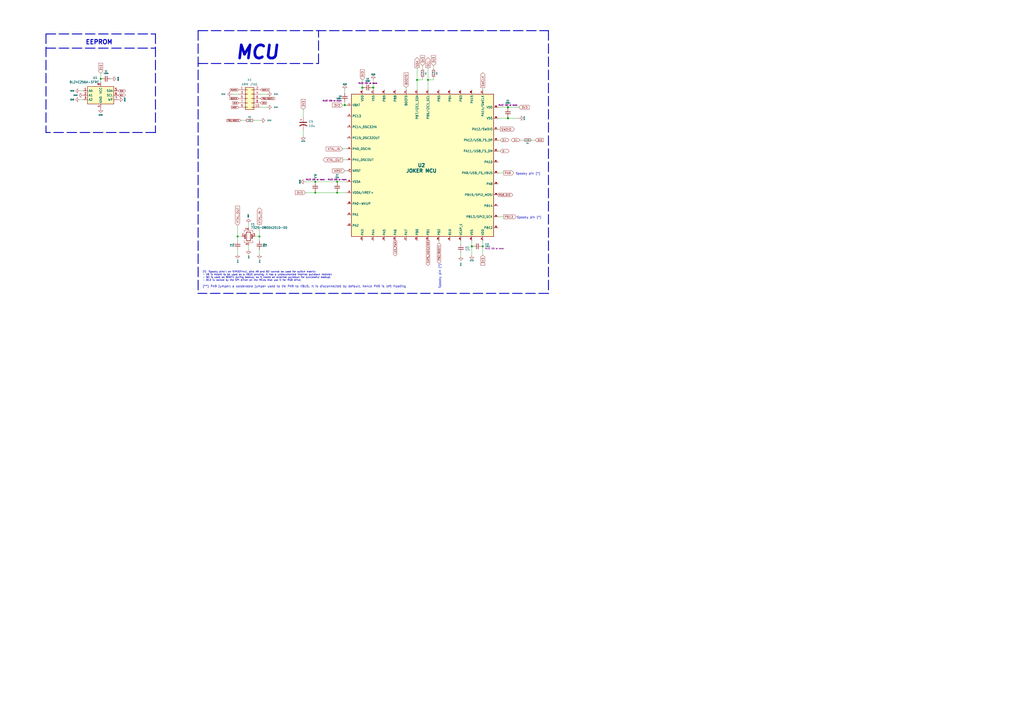
<source format=kicad_sch>
(kicad_sch (version 20230121) (generator eeschema)
  (paper "A2")
  (title_block (title "Acheron Joker48 template schematic") (date "2022-02-09") (rev "v1.1.0") (company "Designed by Gondolindrim"))
  (lib_symbols
    (symbol "Connector_Generic:Conn_02x05_Odd_Even" (pin_names (offset 1.016) hide)
      (property "Reference" "J" (at 1.27 7.62 0))
      (property "Value" "Conn_02x05_Odd_Even" (at 1.27 -7.62 0))
      (symbol "Conn_02x05_Odd_Even_1_1"
        (rectangle (start -1.27 -4.953) (end 0 -5.207) (stroke (width 0.1524)))
        (rectangle (start -1.27 -2.413) (end 0 -2.667) (stroke (width 0.1524)))
        (rectangle (start -1.27 0.127) (end 0 -0.127) (stroke (width 0.1524)))
        (rectangle (start -1.27 2.667) (end 0 2.413) (stroke (width 0.1524)))
        (rectangle (start -1.27 5.207) (end 0 4.953) (stroke (width 0.1524)))
        (rectangle (start -1.27 6.35) (end 3.81 -6.35) (stroke (width 0.254)) (fill (type background)))
        (rectangle (start 3.81 -4.953) (end 2.54 -5.207) (stroke (width 0.1524)))
        (rectangle (start 3.81 -2.413) (end 2.54 -2.667) (stroke (width 0.1524)))
        (rectangle (start 3.81 0.127) (end 2.54 -0.127) (stroke (width 0.1524)))
        (rectangle (start 3.81 2.667) (end 2.54 2.413) (stroke (width 0.1524)))
        (rectangle (start 3.81 5.207) (end 2.54 4.953) (stroke (width 0.1524)))
        (pin passive line (at -5.08 5.08 0) (length 3.81) (name "Pin_1") (number "1"))
        (pin passive line (at 7.62 -5.08 180) (length 3.81) (name "Pin_10") (number "10"))
        (pin passive line (at 7.62 5.08 180) (length 3.81) (name "Pin_2") (number "2"))
        (pin passive line (at -5.08 2.54 0) (length 3.81) (name "Pin_3") (number "3"))
        (pin passive line (at 7.62 2.54 180) (length 3.81) (name "Pin_4") (number "4"))
        (pin passive line (at -5.08 0 0) (length 3.81) (name "Pin_5") (number "5"))
        (pin passive line (at 7.62 0 180) (length 3.81) (name "Pin_6") (number "6"))
        (pin passive line (at -5.08 -2.54 0) (length 3.81) (name "Pin_7") (number "7"))
        (pin passive line (at 7.62 -2.54 180) (length 3.81) (name "Pin_8") (number "8"))
        (pin passive line (at -5.08 -5.08 0) (length 3.81) (name "Pin_9") (number "9"))
      )
    )
    (symbol "Device:CP1" (pin_numbers hide) (pin_names (offset 0.254) hide)
      (property "Reference" "C" (at 0.635 2.54 0))
      (property "Value" "CP1" (at 0.635 -2.54 0))
      (symbol "CP1_0_1"
        (polyline (pts (xy -2.032 0.762) (xy 2.032 0.762)) (stroke (width 0.508)))
        (polyline (pts (xy -1.778 2.286) (xy -0.762 2.286)))
        (polyline (pts (xy -1.27 1.778) (xy -1.27 2.794)))
        (arc (start 2.032 -1.27) (mid 0 -0.5572) (end -2.032 -1.27) (stroke (width 0.508)))
      )
      (symbol "CP1_1_1"
        (pin passive line (at 0 3.81 270) (length 2.794) (name "~") (number "1"))
        (pin passive line (at 0 -3.81 90) (length 3.302) (name "~") (number "2"))
      )
    )
    (symbol "Device:C_Small" (pin_numbers hide) (pin_names (offset 0.254) hide)
      (property "Reference" "C" (at 0.254 1.778 0))
      (property "Value" "C_Small" (at 0.254 -2.032 0))
      (symbol "C_Small_0_1"
        (polyline (pts (xy -1.524 -0.508) (xy 1.524 -0.508)) (stroke (width 0.3302)))
        (polyline (pts (xy -1.524 0.508) (xy 1.524 0.508)) (stroke (width 0.3048)))
      )
      (symbol "C_Small_1_1"
        (pin passive line (at 0 2.54 270) (length 2.032) (name "~") (number "1"))
        (pin passive line (at 0 -2.54 90) (length 2.032) (name "~") (number "2"))
      )
    )
    (symbol "Device:Crystal_GND24" (pin_names (offset 1.016) hide)
      (property "Reference" "Y" (at 3.175 5.08 0))
      (property "Value" "Crystal_GND24" (at 3.175 3.175 0))
      (symbol "Crystal_GND24_0_1"
        (rectangle (start -1.143 2.54) (end 1.143 -2.54) (stroke (width 0.3048)))
        (polyline (pts (xy -2.54 0) (xy -2.032 0)))
        (polyline (pts (xy -2.032 -1.27) (xy -2.032 1.27)) (stroke (width 0.508)))
        (polyline (pts (xy 0 -3.81) (xy 0 -3.556)))
        (polyline (pts (xy 0 3.556) (xy 0 3.81)))
        (polyline (pts (xy 2.032 -1.27) (xy 2.032 1.27)) (stroke (width 0.508)))
        (polyline (pts (xy 2.032 0) (xy 2.54 0)))
        (polyline (pts (xy -2.54 -2.286) (xy -2.54 -3.556) (xy 2.54 -3.556) (xy 2.54 -2.286)))
        (polyline (pts (xy -2.54 2.286) (xy -2.54 3.556) (xy 2.54 3.556) (xy 2.54 2.286)))
      )
      (symbol "Crystal_GND24_1_1"
        (pin passive line (at -3.81 0 0) (length 1.27) (name "1") (number "1"))
        (pin passive line (at 0 5.08 270) (length 1.27) (name "2") (number "2"))
        (pin passive line (at 3.81 0 180) (length 1.27) (name "3") (number "3"))
        (pin passive line (at 0 -5.08 90) (length 1.27) (name "4") (number "4"))
      )
    )
    (symbol "Device:R_Small" (pin_numbers hide) (pin_names (offset 0.254) hide)
      (property "Reference" "R" (at 0.762 0.508 0))
      (property "Value" "R_Small" (at 0.762 -1.016 0))
      (symbol "R_Small_0_1"
        (rectangle (start -0.762 1.778) (end 0.762 -1.778) (stroke (width 0.2032)))
      )
      (symbol "R_Small_1_1"
        (pin passive line (at 0 2.54 270) (length 0.762) (name "~") (number "1"))
        (pin passive line (at 0 -2.54 90) (length 0.762) (name "~") (number "2"))
      )
    )
    (symbol "Memory_EEPROM:24LC256"
      (property "Reference" "U" (at -6.35 6.35 0))
      (property "Value" "24LC256" (at 1.27 6.35 0))
      (symbol "24LC256_1_1"
        (rectangle (start -7.62 5.08) (end 7.62 -5.08) (stroke (width 0.254)) (fill (type background)))
        (pin input line (at -10.16 2.54 0) (length 2.54) (name "A0") (number "1"))
        (pin input line (at -10.16 0 0) (length 2.54) (name "A1") (number "2"))
        (pin input line (at -10.16 -2.54 0) (length 2.54) (name "A2") (number "3"))
        (pin power_in line (at 0 -7.62 90) (length 2.54) (name "GND") (number "4"))
        (pin bidirectional line (at 10.16 2.54 180) (length 2.54) (name "SDA") (number "5"))
        (pin input line (at 10.16 0 180) (length 2.54) (name "SCL") (number "6"))
        (pin input line (at 10.16 -2.54 180) (length 2.54) (name "WP") (number "7"))
        (pin power_in line (at 0 7.62 270) (length 2.54) (name "VCC") (number "8"))
      )
    )
    (symbol "acheron_Symbols:STM32F411-48"
      (property "Reference" "U2" (at 0 1.905 0))
      (property "Value" "STM32F411-48" (at 0 -2.54 0))
      (symbol "STM32F411-48_0_1"
        (rectangle (start 41.91 41.91) (end -40.64 -40.64) (stroke (width 0.3048)) (fill (type background)))
      )
      (symbol "STM32F411-48_1_1"
        (pin power_in line (at -43.18 35.56 0) (length 2.54) (name "VBAT") (number "1"))
        (pin bidirectional line (at -43.18 -21.59 0) (length 2.54) (name "PA0-WKUP") (number "10"))
        (pin bidirectional line (at -43.18 -27.94 0) (length 2.54) (name "PA1") (number "11"))
        (pin bidirectional line (at -43.18 -34.29 0) (length 2.54) (name "PA2") (number "12"))
        (pin bidirectional line (at -34.29 -43.18 90) (length 2.54) (name "PA3") (number "13"))
        (pin bidirectional line (at -27.94 -43.18 90) (length 2.54) (name "PA4") (number "14"))
        (pin bidirectional line (at -21.59 -43.18 90) (length 2.54) (name "PA5") (number "15"))
        (pin bidirectional line (at -15.24 -43.18 90) (length 2.54) (name "PA6") (number "16"))
        (pin bidirectional line (at -8.89 -43.18 90) (length 2.54) (name "PA7") (number "17"))
        (pin bidirectional line (at -2.54 -43.18 90) (length 2.54) (name "PB0") (number "18"))
        (pin bidirectional line (at 3.81 -43.18 90) (length 2.54) (name "PB1") (number "19"))
        (pin bidirectional line (at -43.18 29.21 0) (length 2.54) (name "PC13") (number "2"))
        (pin bidirectional line (at 10.16 -43.18 90) (length 2.54) (name "PB2") (number "20"))
        (pin bidirectional line (at 16.51 -43.18 90) (length 2.54) (name "B10") (number "21"))
        (pin output line (at 22.86 -43.18 90) (length 2.54) (name "VCAP_1") (number "22"))
        (pin power_out line (at 29.21 -43.18 90) (length 2.54) (name "VSS") (number "23"))
        (pin power_in line (at 35.56 -43.18 90) (length 2.54) (name "VDD") (number "24"))
        (pin bidirectional line (at 44.45 -35.56 180) (length 2.54) (name "PB12") (number "25"))
        (pin bidirectional line (at 44.45 -29.21 180) (length 2.54) (name "PB13") (number "26") (alternate "PB13/SPI2_SCK" bidirectional line))
        (pin bidirectional line (at 44.45 -22.86 180) (length 2.54) (name "PB14") (number "27"))
        (pin bidirectional line (at 44.45 -16.51 180) (length 2.54) (name "PB15") (number "28") (alternate "PB15/SPI2_MOSI" bidirectional line))
        (pin bidirectional line (at 44.45 -10.16 180) (length 2.54) (name "PA8") (number "29"))
        (pin bidirectional line (at -43.18 22.86 0) (length 2.54) (name "PC14_OSC32IN") (number "3"))
        (pin bidirectional line (at 44.45 -3.81 180) (length 2.54) (name "PA9") (number "30") (alternate "PA9/USB_FS_VBUS" bidirectional line))
        (pin bidirectional line (at 44.45 2.54 180) (length 2.54) (name "PA10") (number "31"))
        (pin bidirectional line (at 44.45 8.89 180) (length 2.54) (name "PA11") (number "32") (alternate "PA11/USB_FS_DM" bidirectional line))
        (pin bidirectional line (at 44.45 15.24 180) (length 2.54) (name "PA12") (number "33") (alternate "PA12/USB_FS_DP" bidirectional line))
        (pin bidirectional line (at 44.45 21.59 180) (length 2.54) (name "PA13") (number "34") (alternate "PA12/SWDIO" bidirectional line))
        (pin power_in line (at 44.45 27.94 180) (length 2.54) (name "VSS") (number "35"))
        (pin power_out line (at 44.45 34.29 180) (length 2.54) (name "VDD") (number "36"))
        (pin bidirectional line (at 35.56 44.45 270) (length 2.54) (name "PA14") (number "37") (alternate "PA14/SWCLK" output line))
        (pin bidirectional line (at 29.21 44.45 270) (length 2.54) (name "PA15") (number "38"))
        (pin bidirectional line (at 22.86 44.45 270) (length 2.54) (name "PB3") (number "39"))
        (pin bidirectional line (at -43.18 16.51 0) (length 2.54) (name "PC15_OSC32OUT") (number "4"))
        (pin bidirectional line (at 16.51 44.45 270) (length 2.54) (name "PB4") (number "40"))
        (pin bidirectional line (at 10.16 44.45 270) (length 2.54) (name "PB5") (number "41"))
        (pin bidirectional line (at 3.81 44.45 270) (length 2.54) (name "PB6") (number "42") (alternate "PB6/I2C1_SCL" bidirectional line))
        (pin bidirectional line (at -2.54 44.45 270) (length 2.54) (name "PB7") (number "43") (alternate "PB7/I2C1_SDA" bidirectional line))
        (pin input line (at -8.89 44.45 270) (length 2.54) (name "BOOT0") (number "44"))
        (pin bidirectional line (at -15.24 44.45 270) (length 2.54) (name "PB8") (number "45"))
        (pin input line (at -21.59 44.45 270) (length 2.54) (name "PB9") (number "46"))
        (pin power_in line (at -27.94 44.45 270) (length 2.54) (name "VSS") (number "47"))
        (pin power_out line (at -34.29 44.45 270) (length 2.54) (name "VDD") (number "48"))
        (pin input line (at -43.18 10.16 0) (length 2.54) (name "PH0_OSCIN") (number "5"))
        (pin output line (at -43.18 3.81 0) (length 2.54) (name "PH1_OSCOUT") (number "6"))
        (pin input inverted (at -43.18 -2.54 0) (length 2.54) (name "NRST") (number "7"))
        (pin power_in line (at -43.18 -8.89 0) (length 2.54) (name "VSSA") (number "8"))
        (pin power_in line (at -43.18 -15.24 0) (length 2.54) (name "VDDA/VREF+") (number "9"))
      )
    )
    (symbol "power:GND" (power) (pin_names (offset 0))
      (property "Value" "GND" (at 0 -3.81 0))
      (symbol "GND_0_1"
        (polyline (pts (xy 0 0) (xy 0 -1.27) (xy 1.27 -1.27) (xy 0 -2.54) (xy -1.27 -1.27) (xy 0 -1.27)))
      )
      (symbol "GND_1_1"
        (pin power_in line (at 0 0 270) (length 0) hide (name "GND") (number "1"))
      )
    )
  )
  (junction (at 294.64 62.23) (diameter 1.016))
  (junction (at 248.285 46.355) (diameter 0.9144))
  (junction (at 182.88 105.41))
  (junction (at 216.535 50.8) (diameter 1.016))
  (junction (at 182.88 111.76))
  (junction (at 210.185 50.8) (diameter 1.016))
  (junction (at 273.685 142.875) (diameter 1.016))
  (junction (at 150.495 137.16) (diameter 0.9144))
  (junction (at 137.795 137.16) (diameter 0.9144))
  (junction (at 200.025 60.96) (diameter 1.016))
  (junction (at 294.64 68.58) (diameter 1.016))
  (junction (at 195.58 111.76))
  (junction (at 195.58 105.41))
  (junction (at 280.035 142.875))
  (junction (at 58.42 45.72) (diameter 0.9144))
  (junction (at 241.935 46.355) (diameter 0.9144))
  (wire (pts (xy 254.635 139.7) (xy 254.635 140.97)))
  (polyline (pts (xy 114.935 36.83) (xy 184.785 36.83)) (stroke (width 0.508) (type dash)))
  (wire (pts (xy 195.58 105.41) (xy 195.58 106.045)))
  (polyline (pts (xy 318.135 17.78) (xy 318.135 170.18)) (stroke (width 0.508) (type dash)))
  (wire (pts (xy 46.355 57.785) (xy 48.26 57.785)))
  (wire (pts (xy 273.685 139.7) (xy 273.685 142.875)))
  (wire (pts (xy 245.11 38.1) (xy 245.11 40.005)))
  (wire (pts (xy 245.11 46.355) (xy 241.935 46.355)))
  (wire (pts (xy 288.925 125.73) (xy 292.1 125.73)))
  (wire (pts (xy 177.165 105.41) (xy 182.88 105.41)))
  (wire (pts (xy 198.755 60.96) (xy 200.025 60.96)))
  (polyline (pts (xy 26.67 19.685) (xy 90.17 19.685)) (stroke (width 0.508) (type dash)))
  (wire (pts (xy 280.035 50.8) (xy 280.035 52.07)))
  (wire (pts (xy 139.7 69.85) (xy 142.24 69.85)))
  (wire (pts (xy 235.585 50.8) (xy 235.585 52.07)))
  (wire (pts (xy 303.53 81.28) (xy 301.625 81.28)))
  (wire (pts (xy 154.94 62.23) (xy 151.13 62.23)))
  (polyline (pts (xy 114.935 17.78) (xy 114.935 170.18)) (stroke (width 0.508) (type dash)))
  (wire (pts (xy 200.025 60.96) (xy 201.295 60.96)))
  (wire (pts (xy 273.685 142.875) (xy 274.32 142.875)))
  (wire (pts (xy 195.58 111.76) (xy 201.295 111.76)))
  (polyline (pts (xy 184.785 36.83) (xy 184.785 17.78)) (stroke (width 0.508) (type dash)))
  (wire (pts (xy 46.355 52.705) (xy 48.26 52.705)))
  (wire (pts (xy 64.135 45.72) (xy 64.77 45.72)))
  (wire (pts (xy 288.925 62.23) (xy 294.64 62.23)))
  (wire (pts (xy 294.64 62.23) (xy 300.99 62.23)))
  (wire (pts (xy 182.88 111.125) (xy 182.88 111.76)))
  (wire (pts (xy 200.025 59.055) (xy 200.025 60.96)))
  (wire (pts (xy 200.025 52.07) (xy 200.025 53.975)))
  (wire (pts (xy 144.145 144.78) (xy 144.145 142.24)))
  (wire (pts (xy 288.925 81.28) (xy 290.195 81.28)))
  (polyline (pts (xy 114.935 17.78) (xy 318.135 17.78)) (stroke (width 0.508) (type dash)))
  (wire (pts (xy 280.035 139.7) (xy 280.035 142.875)))
  (wire (pts (xy 280.035 142.875) (xy 280.035 147.955)))
  (wire (pts (xy 248.285 46.355) (xy 248.285 52.07)))
  (wire (pts (xy 150.495 139.7) (xy 150.495 137.16)))
  (wire (pts (xy 251.46 38.1) (xy 251.46 40.005)))
  (wire (pts (xy 150.495 130.175) (xy 150.495 137.16)))
  (wire (pts (xy 175.895 63.5) (xy 175.895 67.945)))
  (wire (pts (xy 175.895 75.565) (xy 175.895 78.74)))
  (wire (pts (xy 150.495 147.32) (xy 150.495 144.78)))
  (wire (pts (xy 216.535 46.355) (xy 216.535 50.8)))
  (wire (pts (xy 137.795 130.81) (xy 137.795 137.16)))
  (wire (pts (xy 273.685 142.875) (xy 273.685 147.955)))
  (wire (pts (xy 182.88 105.41) (xy 195.58 105.41)))
  (wire (pts (xy 195.58 105.41) (xy 201.295 105.41)))
  (wire (pts (xy 267.335 139.7) (xy 267.335 141.605)))
  (wire (pts (xy 267.335 146.685) (xy 267.335 148.59)))
  (wire (pts (xy 245.11 45.085) (xy 245.11 46.355)))
  (wire (pts (xy 58.42 45.72) (xy 58.42 47.625)))
  (wire (pts (xy 144.145 129.54) (xy 144.145 132.08)))
  (wire (pts (xy 195.58 111.125) (xy 195.58 111.76)))
  (polyline (pts (xy 90.17 76.835) (xy 26.67 76.835)) (stroke (width 0.508) (type dash)))
  (wire (pts (xy 58.42 42.545) (xy 58.42 45.72)))
  (wire (pts (xy 288.925 87.63) (xy 290.195 87.63)))
  (wire (pts (xy 210.185 50.8) (xy 210.82 50.8)))
  (wire (pts (xy 215.9 50.8) (xy 216.535 50.8)))
  (polyline (pts (xy 26.67 27.94) (xy 90.17 27.94)) (stroke (width 0.508) (type dash)))
  (wire (pts (xy 210.185 50.8) (xy 210.185 52.07)))
  (wire (pts (xy 294.64 67.945) (xy 294.64 68.58)))
  (wire (pts (xy 216.535 50.8) (xy 216.535 52.07)))
  (wire (pts (xy 150.495 137.16) (xy 147.955 137.16)))
  (wire (pts (xy 294.64 62.23) (xy 294.64 62.865)))
  (polyline (pts (xy 318.135 170.18) (xy 114.935 170.18)) (stroke (width 0.508) (type dash)))
  (wire (pts (xy 251.46 46.355) (xy 248.285 46.355)))
  (wire (pts (xy 154.94 54.61) (xy 151.13 54.61)))
  (wire (pts (xy 200.025 99.06) (xy 201.295 99.06)))
  (polyline (pts (xy 26.67 19.685) (xy 26.67 76.835)) (stroke (width 0.508) (type dash)))
  (wire (pts (xy 151.13 69.85) (xy 147.32 69.85)))
  (wire (pts (xy 241.935 39.37) (xy 241.935 46.355)))
  (wire (pts (xy 137.795 147.32) (xy 137.795 144.78)))
  (wire (pts (xy 248.285 39.37) (xy 248.285 46.355)))
  (wire (pts (xy 198.755 92.71) (xy 201.295 92.71)))
  (wire (pts (xy 137.795 139.7) (xy 137.795 137.16)))
  (wire (pts (xy 310.515 81.28) (xy 308.61 81.28)))
  (wire (pts (xy 288.925 100.33) (xy 292.1 100.33)))
  (wire (pts (xy 279.4 142.875) (xy 280.035 142.875)))
  (wire (pts (xy 288.925 68.58) (xy 294.64 68.58)))
  (wire (pts (xy 294.64 68.58) (xy 300.99 68.58)))
  (polyline (pts (xy 90.17 19.685) (xy 90.17 76.835)) (stroke (width 0.508) (type dash)))
  (wire (pts (xy 182.88 111.76) (xy 195.58 111.76)))
  (wire (pts (xy 182.88 105.41) (xy 182.88 106.045)))
  (wire (pts (xy 58.42 45.72) (xy 59.055 45.72)))
  (wire (pts (xy 288.925 74.93) (xy 290.195 74.93)))
  (wire (pts (xy 251.46 45.085) (xy 251.46 46.355)))
  (wire (pts (xy 134.62 54.61) (xy 138.43 54.61)))
  (wire (pts (xy 241.935 46.355) (xy 241.935 52.07)))
  (wire (pts (xy 198.755 86.36) (xy 201.295 86.36)))
  (wire (pts (xy 210.185 46.355) (xy 210.185 50.8)))
  (wire (pts (xy 137.795 137.16) (xy 140.335 137.16)))
  (wire (pts (xy 177.165 111.76) (xy 182.88 111.76)))
  (text "Spooky pin (*)" (at 299.72 127 0) (effects (font (size 1.27 1.27)) (justify left bottom)))
  (text "Spooky pin (*)" (at 299.085 101.6 0) (effects (font (size 1.27 1.27)) (justify left bottom)))
  (text "(*) \"Spooky pins\": on STM32F4x1, pins A9 and B2 cannot be used for switch matrix:\n- A9 is meant to be used as a VBUS sensing. It has a undocumented internal pulldown resistor;\n- B2 is used as BOOT1 during bootup, so it needs an external pulldown for successful bootup;\n- B13 is locked by the SPI driver on the MCUs that use it for RGB drive;\n" (at 117.475 163.195 0) (effects (font (size 1 1)) (justify left bottom)))
  (text "MCU" (at 162.56 34.925 0) (effects (font (size 7.62 7.62) (thickness 1.524) bold italic) (justify right bottom)))
  (text "Spooky pin (*)" (at 255.905 153.035 90) (effects (font (size 1.27 1.27)) (justify right bottom)))
  (text "EEPROM" (at 49.53 26.035 0) (effects (font (size 2.54 2.54) (thickness 0.508) bold) (justify left bottom)))
  (text "(**) PA9 jumper: a solderable jumper used to tie PA9 to VBUS. It is disconnected by default, hence PA9 is left floating" (at 117.475 167.005 0) (effects (font (size 1.27 1.27)) (justify left bottom)))
  (global_label "PB13" (shape output) (at 292.1 125.73 0) (property "Intersheetrefs" "${INTERSHEET_REFS}" (effects hide)))
  (global_label "SCL" (shape output) (at 248.285 39.37 90) (property "Intersheetrefs" "${INTERSHEET_REFS}" (effects hide)))
  (global_label "3V3" (shape input) (at 245.11 38.1 90) (property "Intersheetrefs" "${INTERSHEET_REFS}" (effects hide)))
  (global_label "XTAL_IN" (shape output) (at 150.495 130.175 90) (property "Intersheetrefs" "${INTERSHEET_REFS}" (effects hide)))
  (global_label "CAPS_INDICATOR" (shape output) (at 248.285 139.7 270) (effects (font (size 1.016 1.016))) (property "Intersheetrefs" "${INTERSHEET_REFS}" (effects hide)))
  (global_label "D-" (shape bidirectional) (at 290.195 87.63 0) (effects (font (size 1.016 1.016))) (property "Intersheetrefs" "${INTERSHEET_REFS}" (effects hide)))
  (global_label "NRST" (shape input) (at 200.025 99.06 180) (property "Intersheetrefs" "${INTERSHEET_REFS}" (effects hide)))
  (global_label "SDA" (shape output) (at 241.935 39.37 90) (property "Intersheetrefs" "${INTERSHEET_REFS}" (effects hide)))
  (global_label "SWDIO" (shape output) (at 290.195 74.93 0) (property "Intersheetrefs" "${INTERSHEET_REFS}" (effects hide)))
  (global_label "SCL" (shape bidirectional) (at 68.58 55.245 0) (effects (font (size 0.762 0.762))) (property "Intersheetrefs" "${INTERSHEET_REFS}" (effects hide)))
  (global_label "3V3" (shape input) (at 151.13 59.69 0) (effects (font (size 0.762 0.762))) (property "Intersheetrefs" "${INTERSHEET_REFS}" (effects hide)))
  (global_label "NRST" (shape input) (at 138.43 62.23 180) (effects (font (size 0.762 0.762))) (property "Intersheetrefs" "${INTERSHEET_REFS}" (effects hide)))
  (global_label "3V3" (shape input) (at 177.165 111.76 180) (property "Intersheetrefs" "${INTERSHEET_REFS}" (effects hide)))
  (global_label "BOOT0" (shape input) (at 138.43 57.15 180) (effects (font (size 0.762 0.762))) (property "Intersheetrefs" "${INTERSHEET_REFS}" (effects hide)))
  (global_label "SWCLK" (shape output) (at 280.035 50.8 90) (property "Intersheetrefs" "${INTERSHEET_REFS}" (effects hide)))
  (global_label "3V3" (shape input) (at 300.99 62.23 0) (property "Intersheetrefs" "${INTERSHEET_REFS}" (effects hide)))
  (global_label "3V3" (shape input) (at 198.755 60.96 180) (property "Intersheetrefs" "${INTERSHEET_REFS}" (effects hide)))
  (global_label "XTAL_OUT" (shape output) (at 198.755 92.71 180) (property "Intersheetrefs" "${INTERSHEET_REFS}" (effects hide)))
  (global_label "SWDIO" (shape input) (at 138.43 52.07 180) (effects (font (size 0.762 0.762))) (property "Intersheetrefs" "${INTERSHEET_REFS}" (effects hide)))
  (global_label "XTAL_IN" (shape input) (at 198.755 86.36 180) (property "Intersheetrefs" "${INTERSHEET_REFS}" (effects hide)))
  (global_label "D+" (shape bidirectional) (at 301.625 81.28 180) (effects (font (size 1.016 1.016))) (property "Intersheetrefs" "${INTERSHEET_REFS}" (effects hide)))
  (global_label "PB2{slash}BOOT1" (shape input) (at 151.13 57.15 0) (effects (font (size 0.762 0.762))) (property "Intersheetrefs" "${INTERSHEET_REFS}" (effects hide)))
  (global_label "PA9" (shape output) (at 292.1 100.33 0) (property "Intersheetrefs" "${INTERSHEET_REFS}" (effects hide)))
  (global_label "XTAL_OUT" (shape input) (at 137.795 130.81 90) (property "Intersheetrefs" "${INTERSHEET_REFS}" (effects hide)))
  (global_label "3V3" (shape input) (at 310.515 81.28 0) (effects (font (size 1.016 1.016))) (property "Intersheetrefs" "${INTERSHEET_REFS}" (effects hide)))
  (global_label "PB2{slash}BOOT1" (shape input) (at 139.7 69.85 180) (effects (font (size 0.762 0.762))) (property "Intersheetrefs" "${INTERSHEET_REFS}" (effects hide)))
  (global_label "RGB_3V3" (shape output) (at 288.925 113.03 0) (effects (font (size 1.016 1.016))) (property "Intersheetrefs" "${INTERSHEET_REFS}" (effects hide)))
  (global_label "SDA" (shape bidirectional) (at 68.58 52.705 0) (effects (font (size 0.762 0.762))) (property "Intersheetrefs" "${INTERSHEET_REFS}" (effects hide)))
  (global_label "PB2{slash}BOOT1" (shape bidirectional) (at 254.635 140.97 270) (effects (font (size 1.016 1.016))) (property "Intersheetrefs" "${INTERSHEET_REFS}" (effects hide)))
  (global_label "3V3" (shape input) (at 138.43 59.69 180) (effects (font (size 0.762 0.762))) (property "Intersheetrefs" "${INTERSHEET_REFS}" (effects hide)))
  (global_label "3V3" (shape input) (at 58.42 42.545 90) (property "Intersheetrefs" "${INTERSHEET_REFS}" (effects hide)))
  (global_label "BOOT0" (shape input) (at 235.585 50.8 90) (property "Intersheetrefs" "${INTERSHEET_REFS}" (effects hide)))
  (global_label "3V3" (shape input) (at 280.035 147.955 270) (property "Intersheetrefs" "${INTERSHEET_REFS}" (effects hide)))
  (global_label "D+" (shape bidirectional) (at 290.195 81.28 0) (effects (font (size 1.016 1.016))) (property "Intersheetrefs" "${INTERSHEET_REFS}" (effects hide)))
  (global_label "LED_PWM" (shape output) (at 229.235 139.7 270) (effects (font (size 1.016 1.016))) (property "Intersheetrefs" "${INTERSHEET_REFS}" (effects hide)))
  (global_label "SWCLK" (shape input) (at 151.13 52.07 0) (effects (font (size 0.762 0.762))) (property "Intersheetrefs" "${INTERSHEET_REFS}" (effects hide)))
  (global_label "3V3" (shape input) (at 251.46 38.1 90) (property "Intersheetrefs" "${INTERSHEET_REFS}" (effects hide)))
  (global_label "3V3" (shape input) (at 175.895 63.5 90) (property "Intersheetrefs" "${INTERSHEET_REFS}" (effects hide)))
  (global_label "3V3" (shape input) (at 210.185 46.355 90) (property "Intersheetrefs" "${INTERSHEET_REFS}" (effects hide)))
  (symbol (lib_id "acheron_Symbols:STM32F411-48") (at 244.475 96.52 0) (unit 1)
    (property "Reference" "U2" (at 244.475 95.885 0) (effects (font (size 2.0066 2.0066) bold)))
    (property "Value" "JOKER MCU" (at 244.475 99.06 0) (effects (font (size 2.0066 2.0066) bold)))
    (property "Footprint" "acheron_Components:STM_UFQFPN-48_LQFP-48-1EP_7x7mm_P0.5mm_HandSoldering_ThermalReliefs" (effects hide))
    (pin "26" (alternate "PB13/SPI2_SCK"))
    (pin "28" (alternate "PB15/SPI2_MOSI"))
    (pin "30" (alternate "PA9/USB_FS_VBUS"))
    (pin "32" (alternate "PA11/USB_FS_DM"))
    (pin "33" (alternate "PA12/USB_FS_DP"))
    (pin "34" (alternate "PA12/SWDIO"))
    (pin "37" (alternate "PA14/SWCLK"))
    (pin "42" (alternate "PB6/I2C1_SCL"))
    (pin "43" (alternate "PB7/I2C1_SDA"))
  )
  (symbol (lib_id "Connector_Generic:Conn_02x05_Odd_Even") (at 143.51 57.15 0) (unit 1) (in_bom no)
    (property "Reference" "X1" (at 144.78 46.355 0))
    (property "Value" "ARM JTAG" (at 144.78 48.895 0))
    (property "Footprint" "acheron_Connectors:PinHeader_2x5_P2.54mm_Vertical_Staggered" (effects hide))
    (property "Specification" "2.54mm pitch 2x4 through hole pin header, staggered" (effects hide))
  )
  (symbol (lib_id "Device:CP1") (at 175.895 71.755 0) (unit 1)
    (property "Reference" "C5" (at 179.07 70.4849 0) (effects (justify left)))
    (property "Value" "10u" (at 179.07 73.0249 0) (effects (justify left)))
    (property "Footprint" "acheron_Components:CP_EIA-3216-10_Kemet-I_Pad1.58x1.35mm_HandSolder" (effects hide))
    (property "Package" "CASE A (3216)" (effects hide))
    (property "Description" "Tantallum capacitor 10V or more" (effects hide))
  )
  (symbol (lib_id "power:GND") (at 300.99 68.58 90) (unit 1)
    (property "Reference" "#PWR012" (effects hide))
    (property "Value" "GND" (at 304.165 68.58 0) (effects (font (size 0.762 0.762))))
  )
  (symbol (lib_id "Device:R_Small") (at 245.11 42.545 0) (unit 1)
    (property "Reference" "R1" (at 247.015 42.5449 90) (effects (font (size 0.762 0.762))))
    (property "Value" "4.7k" (at 245.11 42.5449 90) (effects (font (size 0.762 0.762))))
    (property "Footprint" "Resistor_SMD:R_0402_1005Metric" (effects hide))
    (property "Package" "R0402" (effects hide))
  )
  (symbol (lib_id "power:GND") (at 267.335 148.59 0) (unit 1)
    (property "Reference" "#PWR021" (effects hide))
    (property "Value" "GND" (at 267.335 153.3652 90) (effects (font (size 0.635 0.635))))
  )
  (symbol (lib_id "power:GND") (at 64.77 45.72 90) (unit 1)
    (property "Reference" "#PWR01" (effects hide))
    (property "Value" "GND" (at 68.58 45.72 0) (effects (font (size 0.762 0.762))))
  )
  (symbol (lib_id "Device:Crystal_GND24") (at 144.145 137.16 0) (unit 1)
    (property "Reference" "Y1" (at 145.415 130.1749 0) (effects (justify left)))
    (property "Value" "7325-0800A2010-00" (at 145.415 132.0799 0) (effects (justify left)))
    (property "Footprint" "acheron_Components:Crystal_SMD_3225-4Pin_3.2x2.5mm" (effects hide))
    (property "Manufacturer" "XTY" (effects hide))
    (property "Vendor Part Number" "LCSC C389817 (https://lcsc.com/product-detail/Crystals_XTY-7325-0800A2010-00_C389817.html)" (effects hide))
    (property "Package" "Y_3225_4P" (effects hide))
    (property "Description" "8MHz 3225-4P oscillator crystal" (effects hide))
    (property "Manufacturer Part Number" "7325-0800A2010-00" (effects hide))
  )
  (symbol (lib_id "power:GND") (at 46.355 57.785 270) (unit 1)
    (property "Reference" "#PWR08" (effects hide))
    (property "Value" "GND" (at 41.91 57.785 90) (effects (font (size 0.762 0.762))))
  )
  (symbol (lib_id "Device:R_Small") (at 144.78 69.85 90) (unit 1)
    (property "Reference" "R3" (at 144.78 67.945 90) (effects (font (size 0.7874 0.7874))))
    (property "Value" "10k" (at 144.78 69.85 90) (effects (font (size 0.7874 0.7874))))
    (property "Footprint" "Resistor_SMD:R_0805_2012Metric" (effects hide))
    (property "Package" "R0805" (effects hide))
  )
  (symbol (lib_id "power:GND") (at 150.495 147.32 0) (unit 1)
    (property "Reference" "#PWR019" (effects hide))
    (property "Value" "GND" (at 150.622 150.5712 90) (effects (font (size 0.635 0.635)) (justify right)))
  )
  (symbol (lib_id "power:GND") (at 46.355 52.705 270) (unit 1)
    (property "Reference" "#PWR04" (effects hide))
    (property "Value" "GND" (at 41.91 52.705 90) (effects (font (size 0.762 0.762))))
  )
  (symbol (lib_id "power:GND") (at 137.795 147.32 0) (unit 1)
    (property "Reference" "#PWR018" (effects hide))
    (property "Value" "GND" (at 137.922 150.5712 90) (effects (font (size 0.635 0.635)) (justify right)))
  )
  (symbol (lib_id "power:GND") (at 134.62 54.61 270) (unit 1)
    (property "Reference" "#PWR05" (effects hide))
    (property "Value" "GND" (at 129.54 54.61 90) (effects (font (size 0.762 0.762))))
  )
  (symbol (lib_id "Device:C_Small") (at 294.64 65.405 180) (unit 1)
    (property "Reference" "C4" (at 294.64 58.42 0) (effects (font (size 0.762 0.762))))
    (property "Value" "100n" (at 294.64 59.69 0) (effects (font (size 0.762 0.762))))
    (property "Footprint" "Capacitor_SMD:C_0402_1005Metric" (effects hide))
    (property "Package" "C0402" (effects hide))
    (property "Specification" "MLCC 10V or more" (at 294.64 60.96 0) (effects (font (size 0.762 0.762))))
  )
  (symbol (lib_id "Device:C_Small") (at 200.025 56.515 180) (unit 1)
    (property "Reference" "C3" (at 198.12 55.88 0) (effects (font (size 0.762 0.762)) (justify left)))
    (property "Value" "100n" (at 198.12 57.15 0) (effects (font (size 0.762 0.762)) (justify left)))
    (property "Footprint" "Capacitor_SMD:C_0402_1005Metric" (effects hide))
    (property "Package" "C0402" (effects hide))
    (property "Specification" "MLCC 10V or more" (at 198.12 58.42 0) (effects (font (size 0.762 0.762)) (justify left)))
  )
  (symbol (lib_id "Device:C_Small") (at 213.36 50.8 90) (unit 1)
    (property "Reference" "C2" (at 213.36 45.72 90) (effects (font (size 0.762 0.762))))
    (property "Value" "100n" (at 213.36 46.99 90) (effects (font (size 0.762 0.762))))
    (property "Footprint" "Capacitor_SMD:C_0402_1005Metric" (effects hide))
    (property "Package" "C0402" (effects hide))
    (property "Specification" "MLCC 10V or more" (at 213.36 48.26 90) (effects (font (size 0.762 0.762))))
  )
  (symbol (lib_id "power:GND") (at 144.145 129.54 180) (unit 1)
    (property "Reference" "#PWR016" (effects hide))
    (property "Value" "GND" (at 144.018 126.2888 90) (effects (font (size 0.635 0.635)) (justify right)))
  )
  (symbol (lib_id "Device:R_Small") (at 306.07 81.28 270) (unit 1)
    (property "Reference" "R4" (at 306.07 83.185 90) (effects (font (size 0.7874 0.7874))))
    (property "Value" "1.5k" (at 306.07 81.28 90) (effects (font (size 0.7874 0.7874))))
    (property "Footprint" "Resistor_SMD:R_0402_1005Metric" (effects hide))
    (property "Package" "R0402" (effects hide))
  )
  (symbol (lib_id "Device:C_Small") (at 195.58 108.585 180) (unit 1)
    (property "Reference" "C7" (at 195.58 101.6 0) (effects (font (size 0.762 0.762))))
    (property "Value" "10n" (at 195.58 102.87 0) (effects (font (size 0.762 0.762))))
    (property "Footprint" "Capacitor_SMD:C_0402_1005Metric" (effects hide))
    (property "Package" "C0402" (effects hide))
    (property "Specification" "MLCC 10V or more" (at 195.58 104.14 0) (effects (font (size 0.762 0.762))))
  )
  (symbol (lib_id "power:GND") (at 177.165 105.41 270) (unit 1)
    (property "Reference" "#PWR015" (effects hide))
    (property "Value" "GND" (at 173.99 105.41 0) (effects (font (size 0.762 0.762))))
  )
  (symbol (lib_id "Device:C_Small") (at 267.335 144.145 180) (unit 1)
    (property "Reference" "C11" (at 269.875 143.51 0) (effects (font (size 0.7874 0.7874)) (justify right)))
    (property "Value" "4.7u" (at 269.875 144.78 0) (effects (font (size 0.7874 0.7874)) (justify right)))
    (property "Footprint" "Capacitor_SMD:C_0402_1005Metric" (effects hide))
    (property "Package" "C0402" (effects hide))
    (property "Description" "MLCC 10V or more" (effects hide))
  )
  (symbol (lib_id "power:GND") (at 154.94 54.61 90) (unit 1)
    (property "Reference" "#PWR06" (effects hide))
    (property "Value" "GND" (at 160.02 54.61 90) (effects (font (size 0.762 0.762))))
  )
  (symbol (lib_id "power:GND") (at 216.535 46.355 180) (unit 1)
    (property "Reference" "#PWR02" (effects hide))
    (property "Value" "GND" (at 216.535 43.18 0) (effects (font (size 0.762 0.762))))
  )
  (symbol (lib_id "power:GND") (at 154.94 62.23 90) (unit 1)
    (property "Reference" "#PWR010" (effects hide))
    (property "Value" "GND" (at 160.02 62.23 90) (effects (font (size 0.762 0.762))))
  )
  (symbol (lib_id "Device:C_Small") (at 150.495 142.24 0) (mirror y) (unit 1)
    (property "Reference" "C9" (at 154.305 142.24 90) (effects (font (size 0.7874 0.7874))))
    (property "Value" "16p" (at 153.035 142.24 90) (effects (font (size 0.7874 0.7874))))
    (property "Footprint" "Capacitor_SMD:C_0402_1005Metric" (effects hide))
    (property "Package" "C0402" (effects hide))
    (property "Description" "MLCC 10V or more" (effects hide))
  )
  (symbol (lib_id "Device:C_Small") (at 137.795 142.24 0) (unit 1)
    (property "Reference" "C8" (at 133.985 142.24 90) (effects (font (size 0.7874 0.7874))))
    (property "Value" "16p" (at 135.255 142.24 90) (effects (font (size 0.7874 0.7874))))
    (property "Footprint" "Capacitor_SMD:C_0402_1005Metric" (effects hide))
    (property "Package" "C0402" (effects hide))
    (property "Description" "MLCC 10V or more" (effects hide))
  )
  (symbol (lib_id "Device:C_Small") (at 182.88 108.585 180) (unit 1)
    (property "Reference" "C6" (at 182.88 101.6 0) (effects (font (size 0.762 0.762))))
    (property "Value" "1u" (at 182.88 102.87 0) (effects (font (size 0.762 0.762))))
    (property "Footprint" "Capacitor_SMD:C_0402_1005Metric" (effects hide))
    (property "Package" "C0402" (effects hide))
    (property "Specification" "MLCC 10V or more" (at 182.88 104.14 0) (effects (font (size 0.762 0.762))))
  )
  (symbol (lib_id "power:GND") (at 68.58 57.785 90) (unit 1)
    (property "Reference" "#PWR09" (effects hide))
    (property "Value" "GND" (at 72.39 57.785 0) (effects (font (size 0.762 0.762))))
  )
  (symbol (lib_id "power:GND") (at 151.13 69.85 90) (unit 1)
    (property "Reference" "#PWR013" (effects hide))
    (property "Value" "GND" (at 156.21 69.85 90) (effects (font (size 0.762 0.762))))
  )
  (symbol (lib_id "Device:C_Small") (at 276.86 142.875 90) (unit 1)
    (property "Reference" "C10" (at 281.305 141.605 90) (effects (font (size 0.762 0.762)) (justify right)))
    (property "Value" "100n" (at 281.305 142.875 90) (effects (font (size 0.762 0.762)) (justify right)))
    (property "Footprint" "Capacitor_SMD:C_0402_1005Metric" (effects hide))
    (property "Package" "C0402" (effects hide))
    (property "Specification" "MLCC 10V or more" (at 281.305 144.145 90) (effects (font (size 0.762 0.762)) (justify right)))
  )
  (symbol (lib_id "power:GND") (at 273.685 147.955 0) (unit 1)
    (property "Reference" "#PWR020" (effects hide))
    (property "Value" "GND" (at 273.685 151.13 0) (effects (font (size 0.762 0.762))))
  )
  (symbol (lib_id "power:GND") (at 200.025 52.07 180) (unit 1)
    (property "Reference" "#PWR03" (effects hide))
    (property "Value" "GND" (at 200.025 48.895 0) (effects (font (size 0.762 0.762))))
  )
  (symbol (lib_id "Memory_EEPROM:24LC256") (at 58.42 55.245 0) (unit 1)
    (property "Reference" "U1" (at 55.245 45.085 0))
    (property "Value" "BL24C256A-SFRC" (at 48.895 47.625 0))
    (property "Footprint" "acheron_Components:TSSOP-8_4.4x3mm_P0.65mm" (effects hide))
    (property "Datasheet" "https://datasheet.lcsc.com/lcsc/1811152228_BL-Shanghai-Belling-BL24C256A-SFRC_C110276.pdf" (effects hide))
    (property "Manufacturer" "Shanghai Belling" (effects hide))
    (property "Manufacturer Part Number" "BL24C256A-SFRC" (effects hide))
    (property "Package" "TSSOP-8" (effects hide))
    (property "Vendor Part Number" "LCSC C691875 (https://lcsc.com/product-detail/EEPROM_BL-Shanghai-Belling-BL24C256A-NTRC_C691875.html)" (effects hide))
    (property "Description" "TSSOP-8 non-volatile 256Kb (32K x 8) I2C EEPROM" (effects hide))
  )
  (symbol (lib_id "power:GND") (at 48.26 55.245 270) (unit 1)
    (property "Reference" "#PWR07" (effects hide))
    (property "Value" "GND" (at 43.815 55.245 90) (effects (font (size 0.762 0.762))))
  )
  (symbol (lib_id "power:GND") (at 175.895 78.74 0) (unit 1)
    (property "Reference" "#PWR014" (effects hide))
    (property "Value" "GND" (at 175.895 81.915 0) (effects (font (size 0.762 0.762))))
  )
  (symbol (lib_id "Device:R_Small") (at 251.46 42.545 0) (unit 1)
    (property "Reference" "R2" (at 253.365 42.5449 90) (effects (font (size 0.762 0.762))))
    (property "Value" "4.7k" (at 251.46 42.5449 90) (effects (font (size 0.762 0.762))))
    (property "Footprint" "Resistor_SMD:R_0402_1005Metric" (effects hide))
    (property "Package" "R0402" (effects hide))
  )
  (symbol (lib_id "power:GND") (at 58.42 62.865 0) (unit 1)
    (property "Reference" "#PWR011" (effects hide))
    (property "Value" "GND" (at 58.42 66.675 0) (effects (font (size 0.762 0.762))))
  )
  (symbol (lib_id "Device:C_Small") (at 61.595 45.72 270) (unit 1)
    (property "Reference" "C1" (at 61.595 41.275 90) (effects (font (size 0.762 0.762))))
    (property "Value" "100n" (at 61.595 42.545 90) (effects (font (size 0.762 0.762))))
    (property "Footprint" "Capacitor_SMD:C_0402_1005Metric" (effects hide))
    (property "Package" "C0402" (effects hide))
  )
  (symbol (lib_id "power:GND") (at 144.145 144.78 0) (unit 1)
    (property "Reference" "#PWR017" (effects hide))
    (property "Value" "GND" (at 144.272 148.0312 90) (effects (font (size 0.635 0.635)) (justify right)))
  )
)
</source>
